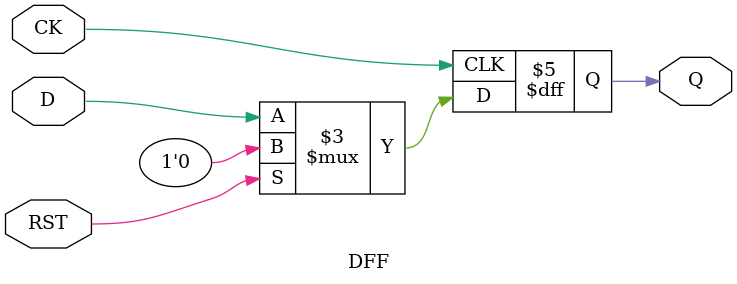
<source format=v>
module DFF ( CK, RST, D, Q );
    input CK, RST, D;
    output Q;
    reg Q;

    always @( posedge CK )
        if( RST )
            Q <= 1'b0;
        else
            Q <= D;

endmodule

</source>
